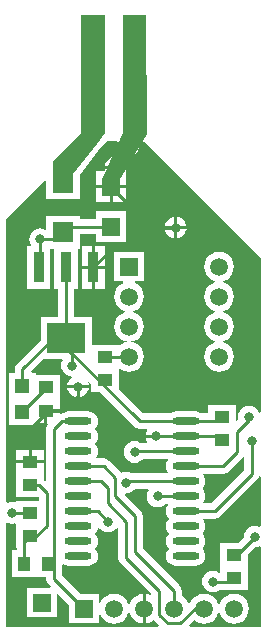
<source format=gtl>
%FSTAX24Y24*%
%MOIN*%
G70*
G01*
G75*
G04 Layer_Physical_Order=1*
G04 Layer_Color=255*
%ADD10R,0.0709X0.0709*%
%ADD11R,0.0512X0.0472*%
%ADD12R,0.0374X0.1004*%
%ADD13R,0.1299X0.1004*%
%ADD14R,0.0512X0.0394*%
%ADD15R,0.0394X0.0512*%
%ADD16R,0.0630X0.0630*%
%ADD17O,0.0906X0.0236*%
%ADD18C,0.0100*%
%ADD19R,0.0591X0.0591*%
%ADD20C,0.0591*%
%ADD21C,0.0320*%
G36*
X2377Y1971D02*
X237421Y19675D01*
X236631Y19575D01*
X235951Y19578D01*
Y196138D01*
X236913Y1971D01*
Y201037D01*
X2377D01*
Y1971D01*
D02*
G37*
G36*
X242345Y18629D02*
Y185855D01*
X241244Y184755D01*
X240995D01*
X240973Y184799D01*
X241004Y184839D01*
X241036Y184917D01*
X241047Y185D01*
X241036Y185083D01*
X241004Y18516D01*
X240953Y185226D01*
Y185273D01*
X241004Y185339D01*
X241036Y185417D01*
X241047Y1855D01*
X241036Y185583D01*
X241004Y18566D01*
X240953Y185726D01*
X240959Y185745D01*
X24164D01*
X241738Y185764D01*
X24182Y185819D01*
X24182Y185819D01*
X24182Y185819D01*
X24228Y186279D01*
X242297Y186305D01*
X242345Y18629D01*
D02*
G37*
G36*
X242886Y185649D02*
Y184007D01*
X242844Y18398D01*
X242794Y184D01*
X2427Y184013D01*
X242606Y184D01*
X242518Y183964D01*
X242443Y183906D01*
X242386Y183831D01*
X242349Y183744D01*
X242337Y18365D01*
X242337Y183647D01*
X24213Y18344D01*
X241544D01*
Y182646D01*
Y182473D01*
X241499Y18245D01*
X241482Y182464D01*
X241394Y1825D01*
X2413Y182513D01*
X241206Y1825D01*
X241118Y182464D01*
X241043Y182406D01*
X240986Y182331D01*
X240949Y182244D01*
X240937Y18215D01*
X240949Y182056D01*
X240986Y181968D01*
X241043Y181893D01*
X241118Y181835D01*
X241206Y181799D01*
X2413Y181786D01*
X241394Y181799D01*
X241482Y181835D01*
X241525Y181868D01*
X241544Y181859D01*
Y181859D01*
X241544Y181859D01*
X242456D01*
Y182646D01*
Y183045D01*
X242698Y183287D01*
X2427Y183286D01*
X242794Y183299D01*
X242844Y18332D01*
X242886Y183292D01*
Y180646D01*
X240522D01*
X240503Y180692D01*
X240681Y18087D01*
X24075Y180817D01*
X240871Y180767D01*
X241Y18075D01*
X241129Y180767D01*
X24125Y180817D01*
X241353Y180896D01*
X241433Y181D01*
X241475Y181102D01*
X241525D01*
X241567Y181D01*
X241647Y180896D01*
X24175Y180817D01*
X241871Y180767D01*
X242Y18075D01*
X242129Y180767D01*
X24225Y180817D01*
X242353Y180896D01*
X242433Y181D01*
X242483Y18112D01*
X2425Y18125D01*
X242483Y181379D01*
X242433Y181499D01*
X242353Y181603D01*
X24225Y181682D01*
X242129Y181732D01*
X242Y181749D01*
X241871Y181732D01*
X24175Y181682D01*
X241647Y181603D01*
X241567Y181499D01*
X241525Y181397D01*
X241475D01*
X241433Y181499D01*
X241353Y181603D01*
X24125Y181682D01*
X241129Y181732D01*
X241Y181749D01*
X240871Y181732D01*
X24075Y181682D01*
X240647Y181603D01*
X240567Y181499D01*
X240546Y181447D01*
X24052Y18143D01*
X24051Y18142D01*
X240461Y18143D01*
X240433Y181499D01*
X240353Y181603D01*
X240255Y181678D01*
Y18185D01*
X240236Y181947D01*
X24018Y18203D01*
X238955Y183255D01*
Y18435D01*
X238936Y184447D01*
X23888Y18453D01*
X238367Y185043D01*
X238389Y185088D01*
X2384Y185086D01*
X238494Y185099D01*
X238582Y185135D01*
X238657Y185193D01*
X238697Y185245D01*
X239128D01*
X23915Y1852D01*
X239136Y185181D01*
X239099Y185094D01*
X239087Y185D01*
X239099Y184906D01*
X239136Y184818D01*
X239193Y184743D01*
X239268Y184685D01*
X239356Y184649D01*
X23945Y184636D01*
X239544Y184649D01*
X239632Y184685D01*
X239707Y184743D01*
X239708Y184745D01*
X239787D01*
X239809Y1847D01*
X239779Y18466D01*
X239747Y184583D01*
X239736Y1845D01*
X239747Y184417D01*
X239779Y184339D01*
X23983Y184273D01*
Y184226D01*
X239779Y18416D01*
X239747Y184083D01*
X239736Y184D01*
X239747Y183917D01*
X239779Y183839D01*
X23983Y183773D01*
Y183726D01*
X239779Y18366D01*
X239747Y183583D01*
X239736Y1835D01*
X239747Y183417D01*
X239779Y183339D01*
X23983Y183273D01*
Y183226D01*
X239779Y18316D01*
X239747Y183083D01*
X239736Y183D01*
X239747Y182917D01*
X239779Y182839D01*
X23983Y182773D01*
X239896Y182722D01*
X239974Y18269D01*
X240057Y182679D01*
X240726D01*
X240809Y18269D01*
X240886Y182722D01*
X240953Y182773D01*
X241004Y182839D01*
X241036Y182917D01*
X241047Y183D01*
X241036Y183083D01*
X241004Y18316D01*
X240953Y183226D01*
Y183273D01*
X241004Y183339D01*
X241036Y183417D01*
X241047Y1835D01*
X241036Y183583D01*
X241004Y18366D01*
X240953Y183726D01*
Y183773D01*
X241004Y183839D01*
X241036Y183917D01*
X241047Y184D01*
X241036Y184083D01*
X241004Y18416D01*
X240953Y184226D01*
X240959Y184245D01*
X24135D01*
X241448Y184264D01*
X24153Y184319D01*
X24278Y185569D01*
X242836Y185652D01*
X242836Y185654D01*
X242886Y185649D01*
D02*
G37*
G36*
X239078Y20101D02*
X239108Y19707D01*
X238972Y196845D01*
X242886Y192932D01*
Y187787D01*
X242837Y187778D01*
X242814Y187831D01*
X242757Y187906D01*
X242682Y187964D01*
X242594Y188D01*
X2425Y188013D01*
X242406Y188D01*
X242318Y187964D01*
X242243Y187906D01*
X242186Y187831D01*
X242149Y187744D01*
X242137Y18765D01*
X242149Y187559D01*
X242102Y187512D01*
X242056Y187531D01*
Y18804D01*
X241144D01*
Y187754D01*
X240916D01*
X240886Y187777D01*
X240809Y18781D01*
X240726Y18782D01*
X240057D01*
X239974Y18781D01*
X239896Y187777D01*
X239866Y187754D01*
X238956D01*
X238156Y188554D01*
Y189233D01*
X238201Y189255D01*
X23825Y189217D01*
X238371Y189167D01*
X2385Y18915D01*
X238629Y189167D01*
X23875Y189217D01*
X238853Y189296D01*
X238933Y1894D01*
X238983Y18952D01*
X239Y18965D01*
X238983Y189779D01*
X238933Y189899D01*
X238853Y190003D01*
X23875Y190082D01*
X238629Y190132D01*
X2385Y190149D01*
X238371Y190132D01*
X23825Y190082D01*
X23818Y190028D01*
X238156Y19004D01*
Y19004D01*
X238156Y19004D01*
X23725D01*
Y19098D01*
X236655D01*
Y191919D01*
X236787D01*
Y193242D01*
X236854D01*
Y193725D01*
X237385D01*
Y193465D01*
X238415D01*
Y194495D01*
X237385D01*
Y194235D01*
X236854D01*
Y19435D01*
X235746D01*
Y193904D01*
X235704Y193876D01*
X235629Y193907D01*
X235535Y19392D01*
X235441Y193907D01*
X235353Y193871D01*
X235278Y193813D01*
X23522Y193738D01*
X235184Y193651D01*
X235172Y193557D01*
X235184Y193463D01*
X23522Y193375D01*
X235226Y193368D01*
X235204Y193323D01*
X235107D01*
Y191919D01*
X235882D01*
Y193242D01*
X236013D01*
Y191919D01*
X236145D01*
Y19098D01*
X23555D01*
Y190193D01*
X234764Y189406D01*
X234709Y189324D01*
X234689Y189226D01*
Y189111D01*
X234488D01*
Y188239D01*
Y187372D01*
X2354D01*
Y187451D01*
X235681D01*
Y187848D01*
X235731D01*
Y187898D01*
X236187D01*
Y188239D01*
Y189032D01*
X2354D01*
Y189111D01*
X235255D01*
X235236Y189157D01*
X235655Y189576D01*
X236264D01*
X236286Y189532D01*
X236286Y189531D01*
X236249Y189444D01*
X236237Y18935D01*
X236249Y189256D01*
X236286Y189168D01*
X236343Y189093D01*
X236418Y189035D01*
X236506Y188999D01*
X236576Y18899D01*
X236589Y188941D01*
X236543Y188906D01*
X236486Y188831D01*
X236449Y188744D01*
X236443Y1887D01*
X237157D01*
X237151Y188744D01*
X237133Y188787D01*
X237174Y188815D01*
X237244Y188745D01*
Y188459D01*
X23753D01*
X23867Y187319D01*
X23867D01*
X23867Y187319D01*
X23867Y187319D01*
Y187319D01*
X238752Y187264D01*
X23885Y187245D01*
X239088D01*
X239111Y1872D01*
X239096Y187181D01*
X23906Y187094D01*
X239054Y18705D01*
X239411D01*
Y18695D01*
X239054D01*
X23906Y186906D01*
X239096Y186818D01*
X239111Y186799D01*
X239088Y186754D01*
X238905D01*
X238866Y186785D01*
X238778Y186821D01*
X238684Y186833D01*
X23859Y186821D01*
X238503Y186785D01*
X238428Y186727D01*
X23837Y186652D01*
X238334Y186564D01*
X238321Y18647D01*
X238334Y186376D01*
X23837Y186289D01*
X238428Y186213D01*
X238503Y186156D01*
X23859Y186119D01*
X238684Y186107D01*
X238778Y186119D01*
X238866Y186156D01*
X238941Y186213D01*
X238965Y186245D01*
X239787D01*
X239809Y1862D01*
X239779Y18616D01*
X239747Y186083D01*
X239736Y186D01*
X239747Y185917D01*
X239779Y185839D01*
X239809Y185799D01*
X239787Y185755D01*
X238594D01*
X238582Y185764D01*
X238494Y1858D01*
X2384Y185813D01*
X238306Y1858D01*
X238233Y18577D01*
X23822Y18579D01*
X23783Y18618D01*
X237748Y186235D01*
X23765Y186255D01*
X237413D01*
X237391Y186299D01*
X237421Y186339D01*
X237453Y186417D01*
X237464Y1865D01*
X237453Y186583D01*
X237421Y18666D01*
X23737Y186726D01*
Y186773D01*
X237421Y186839D01*
X237453Y186917D01*
X237464Y187D01*
X237453Y187083D01*
X237421Y18716D01*
X23737Y187226D01*
Y187273D01*
X237421Y187339D01*
X237453Y187417D01*
X237464Y1875D01*
X237453Y187583D01*
X237421Y18766D01*
X23737Y187726D01*
X237304Y187777D01*
X237226Y18781D01*
X237143Y18782D01*
X236474D01*
X236391Y18781D01*
X236314Y187777D01*
X236284Y187754D01*
X23625D01*
X236226Y18775D01*
X236187Y187781D01*
Y187798D01*
X235781D01*
Y187451D01*
X235781D01*
X235805Y187407D01*
X235765Y187347D01*
X235745Y18725D01*
Y18553D01*
X235699Y185511D01*
X235674Y185536D01*
X235656Y185548D01*
Y185746D01*
Y186093D01*
X234744D01*
Y185746D01*
Y184959D01*
X235495D01*
Y18484D01*
X234744D01*
Y184821D01*
X234703Y184793D01*
X2347Y184794D01*
X234606Y184806D01*
X234512Y184794D01*
X234453Y18477D01*
X234412Y184797D01*
Y194239D01*
X235699Y195526D01*
X235746Y195507D01*
Y194895D01*
X236854D01*
Y195704D01*
X23758Y196623D01*
X237757Y196845D01*
X238116D01*
X238144Y196804D01*
X23814Y196794D01*
X238134Y19675D01*
X238291Y1971D01*
Y201037D01*
X239051D01*
X239078Y20101D01*
D02*
G37*
G36*
X234512Y184093D02*
X234606Y18408D01*
X2347Y184093D01*
X234703Y184093D01*
X234744Y184066D01*
Y184046D01*
Y183259D01*
X234751D01*
Y183206D01*
X234609D01*
Y182294D01*
X235745D01*
Y18225D01*
X235765Y182152D01*
X23582Y182069D01*
X235898Y181991D01*
X235879Y181945D01*
X235105D01*
Y180954D01*
X236095D01*
Y181729D01*
X236141Y181748D01*
X236505Y181384D01*
Y180754D01*
X237495D01*
Y181046D01*
X237544Y181056D01*
X237567Y181D01*
X237647Y180896D01*
X23775Y180817D01*
X237871Y180767D01*
X238Y18075D01*
X238129Y180767D01*
X23825Y180817D01*
X238353Y180896D01*
X238433Y181D01*
X238475Y181102D01*
X238525D01*
X238567Y181D01*
X238647Y180896D01*
X23875Y180817D01*
X238871Y180767D01*
X23895Y180757D01*
Y18125D01*
Y181743D01*
X238871Y181732D01*
X23875Y181682D01*
X238647Y181603D01*
X238567Y181499D01*
X238525Y181397D01*
X238475D01*
X238433Y181499D01*
X238353Y181603D01*
X23825Y181682D01*
X238129Y181732D01*
X238Y181749D01*
X237871Y181732D01*
X23775Y181682D01*
X237647Y181603D01*
X237567Y181499D01*
X237544Y181444D01*
X237495Y181453D01*
Y181745D01*
X236865D01*
X236255Y182355D01*
Y18271D01*
X2363Y182732D01*
X236314Y182722D01*
X236391Y18269D01*
X236474Y182679D01*
X237143D01*
X237226Y18269D01*
X237304Y182722D01*
X23737Y182773D01*
X237421Y182839D01*
X237453Y182917D01*
X237464Y183D01*
X237453Y183083D01*
X237421Y18316D01*
X23737Y183226D01*
Y183273D01*
X237421Y183339D01*
X237453Y183417D01*
X237464Y1835D01*
X237453Y183583D01*
X237421Y18366D01*
X23737Y183726D01*
Y183773D01*
X237421Y183839D01*
X237453Y183917D01*
X237455Y183932D01*
X237504Y183945D01*
X237543Y183893D01*
X237618Y183835D01*
X237706Y183799D01*
X2378Y183786D01*
X237894Y183799D01*
X237982Y183835D01*
X238057Y183893D01*
X238098Y183946D01*
X238145Y18393D01*
Y18295D01*
X238145Y18295D01*
X238145D01*
X238165Y182852D01*
X23822Y182769D01*
X239229Y18176D01*
X239224Y18171D01*
X239208Y181699D01*
X239129Y181732D01*
X23905Y181743D01*
Y18125D01*
Y180757D01*
X239129Y180767D01*
X23925Y180817D01*
X239314Y180866D01*
X239324Y180864D01*
X239324Y180864D01*
X239324Y180864D01*
D01*
X239324Y180864D01*
X239497Y180692D01*
X239478Y180646D01*
X234412D01*
Y184089D01*
X234453Y184117D01*
X234512Y184093D01*
D02*
G37*
%LPC*%
G36*
X238995Y193145D02*
X238005D01*
Y192154D01*
X238296D01*
X238306Y192105D01*
X23825Y192082D01*
X238147Y192003D01*
X238067Y191899D01*
X238017Y191779D01*
X238Y19165D01*
X238017Y19152D01*
X238067Y1914D01*
X238147Y191296D01*
X23825Y191217D01*
X238353Y191175D01*
Y191125D01*
X23825Y191082D01*
X238147Y191003D01*
X238067Y190899D01*
X238017Y190779D01*
X238Y19065D01*
X238017Y19052D01*
X238067Y1904D01*
X238147Y190296D01*
X23825Y190217D01*
X238371Y190167D01*
X2385Y19015D01*
X238629Y190167D01*
X23875Y190217D01*
X238853Y190296D01*
X238933Y1904D01*
X238983Y19052D01*
X239Y19065D01*
X238983Y190779D01*
X238933Y190899D01*
X238853Y191003D01*
X23875Y191082D01*
X238647Y191125D01*
Y191175D01*
X23875Y191217D01*
X238853Y191296D01*
X238933Y1914D01*
X238983Y19152D01*
X239Y19165D01*
X238983Y191779D01*
X238933Y191899D01*
X238853Y192003D01*
X23875Y192082D01*
X238694Y192105D01*
X238704Y192154D01*
X238995D01*
Y193145D01*
D02*
G37*
G36*
X2415Y193149D02*
X241371Y193132D01*
X24125Y193082D01*
X241147Y193003D01*
X241067Y192899D01*
X241017Y192779D01*
X241Y19265D01*
X241017Y19252D01*
X241067Y1924D01*
X241147Y192296D01*
X24125Y192217D01*
X241353Y192175D01*
Y192125D01*
X24125Y192082D01*
X241147Y192003D01*
X241067Y191899D01*
X241017Y191779D01*
X241Y19165D01*
X241017Y19152D01*
X241067Y1914D01*
X241147Y191296D01*
X24125Y191217D01*
X241353Y191175D01*
Y191125D01*
X24125Y191082D01*
X241147Y191003D01*
X241067Y190899D01*
X241017Y190779D01*
X241Y19065D01*
X241017Y19052D01*
X241067Y1904D01*
X241147Y190296D01*
X24125Y190217D01*
X241353Y190175D01*
Y190125D01*
X24125Y190082D01*
X241147Y190003D01*
X241067Y189899D01*
X241017Y189779D01*
X241Y18965D01*
X241017Y18952D01*
X241067Y1894D01*
X241147Y189296D01*
X24125Y189217D01*
X241371Y189167D01*
X2415Y18915D01*
X241629Y189167D01*
X24175Y189217D01*
X241853Y189296D01*
X241933Y1894D01*
X241983Y18952D01*
X242Y18965D01*
X241983Y189779D01*
X241933Y189899D01*
X241853Y190003D01*
X24175Y190082D01*
X241647Y190125D01*
Y190175D01*
X24175Y190217D01*
X241853Y190296D01*
X241933Y1904D01*
X241983Y19052D01*
X242Y19065D01*
X241983Y190779D01*
X241933Y190899D01*
X241853Y191003D01*
X24175Y191082D01*
X241647Y191125D01*
Y191175D01*
X24175Y191217D01*
X241853Y191296D01*
X241933Y1914D01*
X241983Y19152D01*
X242Y19165D01*
X241983Y191779D01*
X241933Y191899D01*
X241853Y192003D01*
X24175Y192082D01*
X241647Y192125D01*
Y192175D01*
X24175Y192217D01*
X241853Y192296D01*
X241933Y1924D01*
X241983Y19252D01*
X242Y19265D01*
X241983Y192779D01*
X241933Y192899D01*
X241853Y193003D01*
X24175Y193082D01*
X241629Y193132D01*
X2415Y193149D01*
D02*
G37*
G36*
X237693Y192571D02*
X237356D01*
Y191919D01*
X237693D01*
Y192571D01*
D02*
G37*
G36*
X237256D02*
X236919D01*
Y191919D01*
X237256D01*
Y192571D01*
D02*
G37*
G36*
X235656Y18654D02*
X23525D01*
Y186193D01*
X235656D01*
Y18654D01*
D02*
G37*
G36*
X23515D02*
X234744D01*
Y186193D01*
X23515D01*
Y18654D01*
D02*
G37*
G36*
X237157Y1886D02*
X23685D01*
Y188293D01*
X236894Y188299D01*
X236982Y188335D01*
X237057Y188393D01*
X237114Y188468D01*
X237151Y188556D01*
X237157Y1886D01*
D02*
G37*
G36*
X23675D02*
X236443D01*
X236449Y188556D01*
X236486Y188468D01*
X236543Y188393D01*
X236618Y188335D01*
X236706Y188299D01*
X23675Y188293D01*
Y1886D01*
D02*
G37*
G36*
X238415Y195269D02*
X23795D01*
Y194804D01*
X238415D01*
Y195269D01*
D02*
G37*
G36*
X23785D02*
X237385D01*
Y194804D01*
X23785D01*
Y195269D01*
D02*
G37*
G36*
X237751Y1959D02*
X237684D01*
X237688Y195871D01*
X237655Y195834D01*
X237385D01*
Y195369D01*
X238415D01*
Y195834D01*
X238415D01*
X238391Y195856D01*
X238391Y195856D01*
X238396Y19589D01*
X238221Y1956D01*
X237601Y19557D01*
X237751Y1959D01*
D02*
G37*
G36*
X238845Y196634D02*
X238714Y196418D01*
X238747Y196443D01*
X238805Y196518D01*
X238841Y196606D01*
X238845Y196634D01*
D02*
G37*
G36*
X237929Y196294D02*
X237859Y196264D01*
X237784Y196207D01*
X237726Y196132D01*
X23769Y196044D01*
X237684Y196D01*
X237796D01*
X237929Y196294D01*
D02*
G37*
G36*
X240112Y194307D02*
Y194D01*
X240419D01*
X240413Y194044D01*
X240377Y194132D01*
X240319Y194207D01*
X240244Y194265D01*
X240156Y194301D01*
X240112Y194307D01*
D02*
G37*
G36*
X237693Y193323D02*
X237356D01*
Y192671D01*
X237693D01*
Y193323D01*
D02*
G37*
G36*
X237256D02*
X236919D01*
Y192671D01*
X237256D01*
Y193323D01*
D02*
G37*
G36*
X240012Y1939D02*
X239706D01*
X239711Y193856D01*
X239748Y193769D01*
X239805Y193694D01*
X239881Y193636D01*
X239968Y1936D01*
X240012Y193594D01*
Y1939D01*
D02*
G37*
G36*
Y194307D02*
X239968Y194301D01*
X239881Y194265D01*
X239805Y194207D01*
X239748Y194132D01*
X239711Y194044D01*
X239706Y194D01*
X240012D01*
Y194307D01*
D02*
G37*
G36*
X240419Y1939D02*
X240112D01*
Y193594D01*
X240156Y1936D01*
X240244Y193636D01*
X240319Y193694D01*
X240377Y193769D01*
X240413Y193856D01*
X240419Y1939D01*
D02*
G37*
%LPD*%
D10*
X2363Y19545D02*
D03*
Y193796D02*
D03*
D11*
X234944Y187809D02*
D03*
Y188675D02*
D03*
D12*
X237306Y192621D02*
D03*
X2364D02*
D03*
X235494D02*
D03*
D13*
X2364Y190278D02*
D03*
D14*
X242Y183043D02*
D03*
Y182256D02*
D03*
X235732Y187848D02*
D03*
Y188635D02*
D03*
X2352Y184443D02*
D03*
Y183656D02*
D03*
Y185356D02*
D03*
Y186143D02*
D03*
X2416Y187643D02*
D03*
Y186856D02*
D03*
X2377Y189643D02*
D03*
Y188856D02*
D03*
D15*
X235794Y18275D02*
D03*
X235006D02*
D03*
D16*
X2379Y195319D02*
D03*
Y19398D02*
D03*
D17*
X240391Y183D02*
D03*
Y1835D02*
D03*
Y184D02*
D03*
Y1845D02*
D03*
Y185D02*
D03*
Y1855D02*
D03*
Y186D02*
D03*
Y1865D02*
D03*
Y187D02*
D03*
Y1875D02*
D03*
X236809Y183D02*
D03*
Y1835D02*
D03*
Y184D02*
D03*
Y1845D02*
D03*
Y185D02*
D03*
Y1855D02*
D03*
Y186D02*
D03*
Y1865D02*
D03*
Y187D02*
D03*
Y1875D02*
D03*
D18*
X235818Y1901D02*
X235991D01*
X2366Y18935D02*
Y18975D01*
X236236Y190114D02*
X23885Y1875D01*
X236236Y190114D02*
X2364Y190278D01*
X2421Y186459D02*
Y18715D01*
X24164Y186D02*
X2421Y186459D01*
X240391Y186D02*
X24164D01*
X239268Y19395D02*
X240062D01*
X2379Y195319D02*
X239268Y19395D01*
X238428Y1933D02*
X239078Y19395D01*
X237985Y1933D02*
X238428D01*
X237306Y192621D02*
X237985Y1933D01*
X239078Y19395D02*
X240062D01*
X2352Y18725D02*
X2358Y18785D01*
X239411Y187D02*
X240391D01*
X238714Y1865D02*
X240391D01*
X238684Y18647D02*
X238714Y1865D01*
X234944Y189226D02*
X235818Y1901D01*
X234944Y188675D02*
Y189226D01*
X235732Y188596D02*
Y188635D01*
X234944Y187809D02*
X235732Y188596D01*
X2364Y190278D02*
Y192621D01*
X2363Y193796D02*
X236484Y19398D01*
X236061Y193557D02*
X2363Y193796D01*
X236484Y19398D02*
X2379D01*
X235535Y193557D02*
X236061D01*
X235494Y192621D02*
X235535Y192661D01*
Y193557D01*
X2352Y184443D02*
X2353D01*
X234606D02*
X2352D01*
X2368Y18835D02*
Y18865D01*
X2363Y18785D02*
X2368Y18835D01*
X2358Y18785D02*
X2363D01*
X2352Y186143D02*
Y18725D01*
Y183656D02*
X235406D01*
X23575Y184D01*
Y1851D01*
X235494Y185356D02*
X23575Y1851D01*
X2352Y185356D02*
X235494D01*
X235006Y183462D02*
X2352Y183656D01*
X235006Y18275D02*
Y183462D01*
X236Y18725D02*
X23625Y1875D01*
X236Y18225D02*
Y18725D01*
Y18225D02*
X237Y18125D01*
X237706Y18965D02*
X2385D01*
X23745Y1845D02*
X2378Y18415D01*
X236809Y1845D02*
X23745D01*
X23779Y18476D02*
Y18526D01*
Y18476D02*
X2384Y18415D01*
Y18295D02*
Y18415D01*
Y18295D02*
X239505Y181845D01*
X2387Y18315D02*
X24Y18185D01*
X2387Y18315D02*
Y18435D01*
X23804Y18501D02*
X2387Y18435D01*
X23804Y18501D02*
Y18561D01*
X23625Y1875D02*
X236809D01*
X2364Y18995D02*
Y190278D01*
X23885Y1875D02*
X240391D01*
X241456D02*
X2416Y187643D01*
X240391Y1875D02*
X241456D01*
Y187D02*
X2416Y186856D01*
X240391Y187D02*
X241456D01*
X2425Y18755D02*
Y18765D01*
X2421Y18715D02*
X2425Y18755D01*
X2426Y18575D02*
Y18685D01*
X24135Y1845D02*
X2426Y18575D01*
X23755Y1855D02*
X23779Y18526D01*
X236809Y1855D02*
X23755D01*
X241894Y18215D02*
X242Y182256D01*
X2413Y18215D02*
X241894D01*
X2407Y18125D02*
X241D01*
X240205Y180754D02*
X2407Y18125D01*
X239795Y180754D02*
X240205D01*
X239505Y181044D02*
X239795Y180754D01*
X239505Y181044D02*
Y181845D01*
X236809Y186D02*
X23765D01*
X23804Y18561D01*
X24Y18125D02*
Y18185D01*
X242Y183043D02*
X242094D01*
X2427Y18365D01*
X240391Y1845D02*
X24135D01*
X2384Y18545D02*
X23845Y1855D01*
X240391D01*
X23945Y185D02*
X240391D01*
D19*
X237Y18125D02*
D03*
X2356Y18145D02*
D03*
X2385Y19265D02*
D03*
D20*
X238Y18125D02*
D03*
X239D02*
D03*
X24D02*
D03*
X241D02*
D03*
X242D02*
D03*
X2385Y19165D02*
D03*
Y19065D02*
D03*
Y18965D02*
D03*
X2415Y19265D02*
D03*
Y19165D02*
D03*
Y19065D02*
D03*
Y18965D02*
D03*
D21*
X236241Y196D02*
D03*
X237141Y1968D02*
D03*
X238041Y19595D02*
D03*
X238491Y1967D02*
D03*
X239411Y187D02*
D03*
X238684Y18647D02*
D03*
X235535Y193557D02*
D03*
X240062Y19395D02*
D03*
X2368Y18865D02*
D03*
X2366Y18935D02*
D03*
X234606Y184443D02*
D03*
X2378Y18415D02*
D03*
X2413Y18215D02*
D03*
X2427Y18365D02*
D03*
X2425Y18765D02*
D03*
X2426Y18685D02*
D03*
X2384Y18545D02*
D03*
X23945Y185D02*
D03*
M02*

</source>
